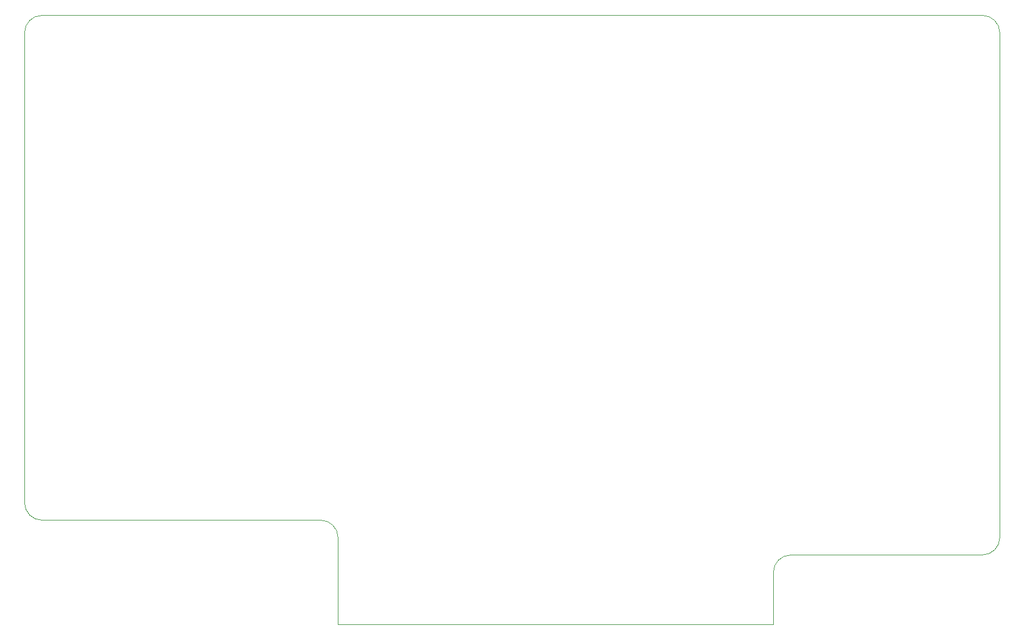
<source format=gbr>
%TF.GenerationSoftware,KiCad,Pcbnew,(6.0.4)*%
%TF.CreationDate,2023-03-08T18:50:13+01:00*%
%TF.ProjectId,65C816_SBC_VGA_ALT,36354338-3136-45f5-9342-435f5647415f,rev?*%
%TF.SameCoordinates,Original*%
%TF.FileFunction,Profile,NP*%
%FSLAX46Y46*%
G04 Gerber Fmt 4.6, Leading zero omitted, Abs format (unit mm)*
G04 Created by KiCad (PCBNEW (6.0.4)) date 2023-03-08 18:50:13*
%MOMM*%
%LPD*%
G01*
G04 APERTURE LIST*
%TA.AperFunction,Profile*%
%ADD10C,0.050000*%
%TD*%
G04 APERTURE END LIST*
D10*
X200660000Y-58420000D02*
G75*
G03*
X198120000Y-55880000I-2540000J0D01*
G01*
X198120000Y-134620000D02*
X170180000Y-134620000D01*
X60960000Y-55880000D02*
X198120000Y-55880000D01*
X60960000Y-55880000D02*
G75*
G03*
X58420000Y-58420000I0J-2540000D01*
G01*
X198120000Y-134620000D02*
G75*
G03*
X200660000Y-132080000I0J2540000D01*
G01*
X58420000Y-127000000D02*
G75*
G03*
X60960000Y-129540000I2540000J0D01*
G01*
X167640000Y-137160000D02*
X167640000Y-144780000D01*
X58420000Y-127000000D02*
X58420000Y-58420000D01*
X101600000Y-129540000D02*
X60960000Y-129540000D01*
X104140000Y-144780000D02*
X104140000Y-132080000D01*
X167640000Y-144780000D02*
X104140000Y-144780000D01*
X200660000Y-58420000D02*
X200660000Y-132080000D01*
X170180000Y-134620000D02*
G75*
G03*
X167640000Y-137160000I0J-2540000D01*
G01*
X104140000Y-132080000D02*
G75*
G03*
X101600000Y-129540000I-2540000J0D01*
G01*
M02*

</source>
